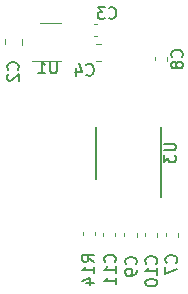
<source format=gbo>
G04 #@! TF.GenerationSoftware,KiCad,Pcbnew,(5.1.2)-1*
G04 #@! TF.CreationDate,2024-07-03T21:07:46+09:00*
G04 #@! TF.ProjectId,IR,49522e6b-6963-4616-945f-706362585858,v1.3*
G04 #@! TF.SameCoordinates,Original*
G04 #@! TF.FileFunction,Legend,Bot*
G04 #@! TF.FilePolarity,Positive*
%FSLAX46Y46*%
G04 Gerber Fmt 4.6, Leading zero omitted, Abs format (unit mm)*
G04 Created by KiCad (PCBNEW (5.1.2)-1) date 2024-07-03 21:07:46*
%MOMM*%
%LPD*%
G04 APERTURE LIST*
%ADD10C,0.120000*%
%ADD11C,0.150000*%
%ADD12C,1.400000*%
%ADD13C,0.050000*%
%ADD14C,1.275000*%
%ADD15C,3.600000*%
%ADD16O,2.200000X1.924000*%
%ADD17C,1.375000*%
%ADD18R,1.460000X1.050000*%
%ADD19R,0.850000X1.900000*%
%ADD20R,2.000000X2.000000*%
%ADD21C,2.000000*%
%ADD22C,4.400000*%
G04 APERTURE END LIST*
D10*
X188600000Y-118102779D02*
X188600000Y-117777221D01*
X189620000Y-118102779D02*
X189620000Y-117777221D01*
X181990000Y-101958578D02*
X181990000Y-101441422D01*
X183410000Y-101958578D02*
X183410000Y-101441422D01*
X189537221Y-100190000D02*
X189862779Y-100190000D01*
X189537221Y-101210000D02*
X189862779Y-101210000D01*
X189641422Y-103310000D02*
X190158578Y-103310000D01*
X189641422Y-101890000D02*
X190158578Y-101890000D01*
X184900000Y-100090000D02*
X186700000Y-100090000D01*
X186700000Y-103310000D02*
X184250000Y-103310000D01*
X195590000Y-117875221D02*
X195590000Y-118200779D01*
X196610000Y-117875221D02*
X196610000Y-118200779D01*
X195660000Y-103304779D02*
X195660000Y-102979221D01*
X194640000Y-103304779D02*
X194640000Y-102979221D01*
X193110000Y-117849221D02*
X193110000Y-118174779D01*
X192090000Y-117849221D02*
X192090000Y-118174779D01*
X194860000Y-118200779D02*
X194860000Y-117875221D01*
X193840000Y-118200779D02*
X193840000Y-117875221D01*
X190290000Y-118162779D02*
X190290000Y-117837221D01*
X191310000Y-118162779D02*
X191310000Y-117837221D01*
D11*
X189695000Y-113270000D02*
X189695000Y-108870000D01*
X195220000Y-114845000D02*
X195220000Y-108870000D01*
X189512380Y-120327142D02*
X189036190Y-119993809D01*
X189512380Y-119755714D02*
X188512380Y-119755714D01*
X188512380Y-120136666D01*
X188560000Y-120231904D01*
X188607619Y-120279523D01*
X188702857Y-120327142D01*
X188845714Y-120327142D01*
X188940952Y-120279523D01*
X188988571Y-120231904D01*
X189036190Y-120136666D01*
X189036190Y-119755714D01*
X189512380Y-121279523D02*
X189512380Y-120708095D01*
X189512380Y-120993809D02*
X188512380Y-120993809D01*
X188655238Y-120898571D01*
X188750476Y-120803333D01*
X188798095Y-120708095D01*
X188845714Y-122136666D02*
X189512380Y-122136666D01*
X188464761Y-121898571D02*
X189179047Y-121660476D01*
X189179047Y-122279523D01*
X183057142Y-104033333D02*
X183104761Y-103985714D01*
X183152380Y-103842857D01*
X183152380Y-103747619D01*
X183104761Y-103604761D01*
X183009523Y-103509523D01*
X182914285Y-103461904D01*
X182723809Y-103414285D01*
X182580952Y-103414285D01*
X182390476Y-103461904D01*
X182295238Y-103509523D01*
X182200000Y-103604761D01*
X182152380Y-103747619D01*
X182152380Y-103842857D01*
X182200000Y-103985714D01*
X182247619Y-104033333D01*
X182247619Y-104414285D02*
X182200000Y-104461904D01*
X182152380Y-104557142D01*
X182152380Y-104795238D01*
X182200000Y-104890476D01*
X182247619Y-104938095D01*
X182342857Y-104985714D01*
X182438095Y-104985714D01*
X182580952Y-104938095D01*
X183152380Y-104366666D01*
X183152380Y-104985714D01*
X190766666Y-99657142D02*
X190814285Y-99704761D01*
X190957142Y-99752380D01*
X191052380Y-99752380D01*
X191195238Y-99704761D01*
X191290476Y-99609523D01*
X191338095Y-99514285D01*
X191385714Y-99323809D01*
X191385714Y-99180952D01*
X191338095Y-98990476D01*
X191290476Y-98895238D01*
X191195238Y-98800000D01*
X191052380Y-98752380D01*
X190957142Y-98752380D01*
X190814285Y-98800000D01*
X190766666Y-98847619D01*
X190433333Y-98752380D02*
X189814285Y-98752380D01*
X190147619Y-99133333D01*
X190004761Y-99133333D01*
X189909523Y-99180952D01*
X189861904Y-99228571D01*
X189814285Y-99323809D01*
X189814285Y-99561904D01*
X189861904Y-99657142D01*
X189909523Y-99704761D01*
X190004761Y-99752380D01*
X190290476Y-99752380D01*
X190385714Y-99704761D01*
X190433333Y-99657142D01*
X188866666Y-104457142D02*
X188914285Y-104504761D01*
X189057142Y-104552380D01*
X189152380Y-104552380D01*
X189295238Y-104504761D01*
X189390476Y-104409523D01*
X189438095Y-104314285D01*
X189485714Y-104123809D01*
X189485714Y-103980952D01*
X189438095Y-103790476D01*
X189390476Y-103695238D01*
X189295238Y-103600000D01*
X189152380Y-103552380D01*
X189057142Y-103552380D01*
X188914285Y-103600000D01*
X188866666Y-103647619D01*
X188009523Y-103885714D02*
X188009523Y-104552380D01*
X188247619Y-103504761D02*
X188485714Y-104219047D01*
X187866666Y-104219047D01*
X186361904Y-103352380D02*
X186361904Y-104161904D01*
X186314285Y-104257142D01*
X186266666Y-104304761D01*
X186171428Y-104352380D01*
X185980952Y-104352380D01*
X185885714Y-104304761D01*
X185838095Y-104257142D01*
X185790476Y-104161904D01*
X185790476Y-103352380D01*
X184790476Y-104352380D02*
X185361904Y-104352380D01*
X185076190Y-104352380D02*
X185076190Y-103352380D01*
X185171428Y-103495238D01*
X185266666Y-103590476D01*
X185361904Y-103638095D01*
X196457142Y-120371333D02*
X196504761Y-120323714D01*
X196552380Y-120180857D01*
X196552380Y-120085619D01*
X196504761Y-119942761D01*
X196409523Y-119847523D01*
X196314285Y-119799904D01*
X196123809Y-119752285D01*
X195980952Y-119752285D01*
X195790476Y-119799904D01*
X195695238Y-119847523D01*
X195600000Y-119942761D01*
X195552380Y-120085619D01*
X195552380Y-120180857D01*
X195600000Y-120323714D01*
X195647619Y-120371333D01*
X195552380Y-120704666D02*
X195552380Y-121371333D01*
X196552380Y-120942761D01*
X196937142Y-102975333D02*
X196984761Y-102927714D01*
X197032380Y-102784857D01*
X197032380Y-102689619D01*
X196984761Y-102546761D01*
X196889523Y-102451523D01*
X196794285Y-102403904D01*
X196603809Y-102356285D01*
X196460952Y-102356285D01*
X196270476Y-102403904D01*
X196175238Y-102451523D01*
X196080000Y-102546761D01*
X196032380Y-102689619D01*
X196032380Y-102784857D01*
X196080000Y-102927714D01*
X196127619Y-102975333D01*
X196460952Y-103546761D02*
X196413333Y-103451523D01*
X196365714Y-103403904D01*
X196270476Y-103356285D01*
X196222857Y-103356285D01*
X196127619Y-103403904D01*
X196080000Y-103451523D01*
X196032380Y-103546761D01*
X196032380Y-103737238D01*
X196080000Y-103832476D01*
X196127619Y-103880095D01*
X196222857Y-103927714D01*
X196270476Y-103927714D01*
X196365714Y-103880095D01*
X196413333Y-103832476D01*
X196460952Y-103737238D01*
X196460952Y-103546761D01*
X196508571Y-103451523D01*
X196556190Y-103403904D01*
X196651428Y-103356285D01*
X196841904Y-103356285D01*
X196937142Y-103403904D01*
X196984761Y-103451523D01*
X197032380Y-103546761D01*
X197032380Y-103737238D01*
X196984761Y-103832476D01*
X196937142Y-103880095D01*
X196841904Y-103927714D01*
X196651428Y-103927714D01*
X196556190Y-103880095D01*
X196508571Y-103832476D01*
X196460952Y-103737238D01*
X193047142Y-120515333D02*
X193094761Y-120467714D01*
X193142380Y-120324857D01*
X193142380Y-120229619D01*
X193094761Y-120086761D01*
X192999523Y-119991523D01*
X192904285Y-119943904D01*
X192713809Y-119896285D01*
X192570952Y-119896285D01*
X192380476Y-119943904D01*
X192285238Y-119991523D01*
X192190000Y-120086761D01*
X192142380Y-120229619D01*
X192142380Y-120324857D01*
X192190000Y-120467714D01*
X192237619Y-120515333D01*
X193142380Y-120991523D02*
X193142380Y-121182000D01*
X193094761Y-121277238D01*
X193047142Y-121324857D01*
X192904285Y-121420095D01*
X192713809Y-121467714D01*
X192332857Y-121467714D01*
X192237619Y-121420095D01*
X192190000Y-121372476D01*
X192142380Y-121277238D01*
X192142380Y-121086761D01*
X192190000Y-120991523D01*
X192237619Y-120943904D01*
X192332857Y-120896285D01*
X192570952Y-120896285D01*
X192666190Y-120943904D01*
X192713809Y-120991523D01*
X192761428Y-121086761D01*
X192761428Y-121277238D01*
X192713809Y-121372476D01*
X192666190Y-121420095D01*
X192570952Y-121467714D01*
X194757142Y-120457642D02*
X194804761Y-120410023D01*
X194852380Y-120267166D01*
X194852380Y-120171928D01*
X194804761Y-120029071D01*
X194709523Y-119933833D01*
X194614285Y-119886214D01*
X194423809Y-119838595D01*
X194280952Y-119838595D01*
X194090476Y-119886214D01*
X193995238Y-119933833D01*
X193900000Y-120029071D01*
X193852380Y-120171928D01*
X193852380Y-120267166D01*
X193900000Y-120410023D01*
X193947619Y-120457642D01*
X194852380Y-121410023D02*
X194852380Y-120838595D01*
X194852380Y-121124309D02*
X193852380Y-121124309D01*
X193995238Y-121029071D01*
X194090476Y-120933833D01*
X194138095Y-120838595D01*
X193852380Y-122029071D02*
X193852380Y-122124309D01*
X193900000Y-122219547D01*
X193947619Y-122267166D01*
X194042857Y-122314785D01*
X194233333Y-122362404D01*
X194471428Y-122362404D01*
X194661904Y-122314785D01*
X194757142Y-122267166D01*
X194804761Y-122219547D01*
X194852380Y-122124309D01*
X194852380Y-122029071D01*
X194804761Y-121933833D01*
X194757142Y-121886214D01*
X194661904Y-121838595D01*
X194471428Y-121790976D01*
X194233333Y-121790976D01*
X194042857Y-121838595D01*
X193947619Y-121886214D01*
X193900000Y-121933833D01*
X193852380Y-122029071D01*
X191257142Y-120307142D02*
X191304761Y-120259523D01*
X191352380Y-120116666D01*
X191352380Y-120021428D01*
X191304761Y-119878571D01*
X191209523Y-119783333D01*
X191114285Y-119735714D01*
X190923809Y-119688095D01*
X190780952Y-119688095D01*
X190590476Y-119735714D01*
X190495238Y-119783333D01*
X190400000Y-119878571D01*
X190352380Y-120021428D01*
X190352380Y-120116666D01*
X190400000Y-120259523D01*
X190447619Y-120307142D01*
X191352380Y-121259523D02*
X191352380Y-120688095D01*
X191352380Y-120973809D02*
X190352380Y-120973809D01*
X190495238Y-120878571D01*
X190590476Y-120783333D01*
X190638095Y-120688095D01*
X191352380Y-122211904D02*
X191352380Y-121640476D01*
X191352380Y-121926190D02*
X190352380Y-121926190D01*
X190495238Y-121830952D01*
X190590476Y-121735714D01*
X190638095Y-121640476D01*
X195422380Y-110308095D02*
X196231904Y-110308095D01*
X196327142Y-110355714D01*
X196374761Y-110403333D01*
X196422380Y-110498571D01*
X196422380Y-110689047D01*
X196374761Y-110784285D01*
X196327142Y-110831904D01*
X196231904Y-110879523D01*
X195422380Y-110879523D01*
X195422380Y-111260476D02*
X195422380Y-111879523D01*
X195803333Y-111546190D01*
X195803333Y-111689047D01*
X195850952Y-111784285D01*
X195898571Y-111831904D01*
X195993809Y-111879523D01*
X196231904Y-111879523D01*
X196327142Y-111831904D01*
X196374761Y-111784285D01*
X196422380Y-111689047D01*
X196422380Y-111403333D01*
X196374761Y-111308095D01*
X196327142Y-111260476D01*
%LPC*%
D12*
X196770000Y-125640000D03*
D13*
G36*
X189497493Y-116516535D02*
G01*
X189528435Y-116521125D01*
X189558778Y-116528725D01*
X189588230Y-116539263D01*
X189616508Y-116552638D01*
X189643338Y-116568719D01*
X189668463Y-116587353D01*
X189691640Y-116608360D01*
X189712647Y-116631537D01*
X189731281Y-116656662D01*
X189747362Y-116683492D01*
X189760737Y-116711770D01*
X189771275Y-116741222D01*
X189778875Y-116771565D01*
X189783465Y-116802507D01*
X189785000Y-116833750D01*
X189785000Y-117471250D01*
X189783465Y-117502493D01*
X189778875Y-117533435D01*
X189771275Y-117563778D01*
X189760737Y-117593230D01*
X189747362Y-117621508D01*
X189731281Y-117648338D01*
X189712647Y-117673463D01*
X189691640Y-117696640D01*
X189668463Y-117717647D01*
X189643338Y-117736281D01*
X189616508Y-117752362D01*
X189588230Y-117765737D01*
X189558778Y-117776275D01*
X189528435Y-117783875D01*
X189497493Y-117788465D01*
X189466250Y-117790000D01*
X188753750Y-117790000D01*
X188722507Y-117788465D01*
X188691565Y-117783875D01*
X188661222Y-117776275D01*
X188631770Y-117765737D01*
X188603492Y-117752362D01*
X188576662Y-117736281D01*
X188551537Y-117717647D01*
X188528360Y-117696640D01*
X188507353Y-117673463D01*
X188488719Y-117648338D01*
X188472638Y-117621508D01*
X188459263Y-117593230D01*
X188448725Y-117563778D01*
X188441125Y-117533435D01*
X188436535Y-117502493D01*
X188435000Y-117471250D01*
X188435000Y-116833750D01*
X188436535Y-116802507D01*
X188441125Y-116771565D01*
X188448725Y-116741222D01*
X188459263Y-116711770D01*
X188472638Y-116683492D01*
X188488719Y-116656662D01*
X188507353Y-116631537D01*
X188528360Y-116608360D01*
X188551537Y-116587353D01*
X188576662Y-116568719D01*
X188603492Y-116552638D01*
X188631770Y-116539263D01*
X188661222Y-116528725D01*
X188691565Y-116521125D01*
X188722507Y-116516535D01*
X188753750Y-116515000D01*
X189466250Y-116515000D01*
X189497493Y-116516535D01*
X189497493Y-116516535D01*
G37*
D14*
X189110000Y-117152500D03*
D13*
G36*
X189497493Y-118091535D02*
G01*
X189528435Y-118096125D01*
X189558778Y-118103725D01*
X189588230Y-118114263D01*
X189616508Y-118127638D01*
X189643338Y-118143719D01*
X189668463Y-118162353D01*
X189691640Y-118183360D01*
X189712647Y-118206537D01*
X189731281Y-118231662D01*
X189747362Y-118258492D01*
X189760737Y-118286770D01*
X189771275Y-118316222D01*
X189778875Y-118346565D01*
X189783465Y-118377507D01*
X189785000Y-118408750D01*
X189785000Y-119046250D01*
X189783465Y-119077493D01*
X189778875Y-119108435D01*
X189771275Y-119138778D01*
X189760737Y-119168230D01*
X189747362Y-119196508D01*
X189731281Y-119223338D01*
X189712647Y-119248463D01*
X189691640Y-119271640D01*
X189668463Y-119292647D01*
X189643338Y-119311281D01*
X189616508Y-119327362D01*
X189588230Y-119340737D01*
X189558778Y-119351275D01*
X189528435Y-119358875D01*
X189497493Y-119363465D01*
X189466250Y-119365000D01*
X188753750Y-119365000D01*
X188722507Y-119363465D01*
X188691565Y-119358875D01*
X188661222Y-119351275D01*
X188631770Y-119340737D01*
X188603492Y-119327362D01*
X188576662Y-119311281D01*
X188551537Y-119292647D01*
X188528360Y-119271640D01*
X188507353Y-119248463D01*
X188488719Y-119223338D01*
X188472638Y-119196508D01*
X188459263Y-119168230D01*
X188448725Y-119138778D01*
X188441125Y-119108435D01*
X188436535Y-119077493D01*
X188435000Y-119046250D01*
X188435000Y-118408750D01*
X188436535Y-118377507D01*
X188441125Y-118346565D01*
X188448725Y-118316222D01*
X188459263Y-118286770D01*
X188472638Y-118258492D01*
X188488719Y-118231662D01*
X188507353Y-118206537D01*
X188528360Y-118183360D01*
X188551537Y-118162353D01*
X188576662Y-118143719D01*
X188603492Y-118127638D01*
X188631770Y-118114263D01*
X188661222Y-118103725D01*
X188691565Y-118096125D01*
X188722507Y-118091535D01*
X188753750Y-118090000D01*
X189466250Y-118090000D01*
X189497493Y-118091535D01*
X189497493Y-118091535D01*
G37*
D14*
X189110000Y-118727500D03*
D15*
X179900000Y-124000000D03*
X179900000Y-96700000D03*
D16*
X185200000Y-114000000D03*
X185200000Y-112000000D03*
X185200000Y-110000000D03*
X185200000Y-108000000D03*
D13*
G36*
X183289943Y-100076655D02*
G01*
X183323312Y-100081605D01*
X183356035Y-100089802D01*
X183387797Y-100101166D01*
X183418293Y-100115590D01*
X183447227Y-100132932D01*
X183474323Y-100153028D01*
X183499318Y-100175682D01*
X183521972Y-100200677D01*
X183542068Y-100227773D01*
X183559410Y-100256707D01*
X183573834Y-100287203D01*
X183585198Y-100318965D01*
X183593395Y-100351688D01*
X183598345Y-100385057D01*
X183600000Y-100418750D01*
X183600000Y-101106250D01*
X183598345Y-101139943D01*
X183593395Y-101173312D01*
X183585198Y-101206035D01*
X183573834Y-101237797D01*
X183559410Y-101268293D01*
X183542068Y-101297227D01*
X183521972Y-101324323D01*
X183499318Y-101349318D01*
X183474323Y-101371972D01*
X183447227Y-101392068D01*
X183418293Y-101409410D01*
X183387797Y-101423834D01*
X183356035Y-101435198D01*
X183323312Y-101443395D01*
X183289943Y-101448345D01*
X183256250Y-101450000D01*
X182143750Y-101450000D01*
X182110057Y-101448345D01*
X182076688Y-101443395D01*
X182043965Y-101435198D01*
X182012203Y-101423834D01*
X181981707Y-101409410D01*
X181952773Y-101392068D01*
X181925677Y-101371972D01*
X181900682Y-101349318D01*
X181878028Y-101324323D01*
X181857932Y-101297227D01*
X181840590Y-101268293D01*
X181826166Y-101237797D01*
X181814802Y-101206035D01*
X181806605Y-101173312D01*
X181801655Y-101139943D01*
X181800000Y-101106250D01*
X181800000Y-100418750D01*
X181801655Y-100385057D01*
X181806605Y-100351688D01*
X181814802Y-100318965D01*
X181826166Y-100287203D01*
X181840590Y-100256707D01*
X181857932Y-100227773D01*
X181878028Y-100200677D01*
X181900682Y-100175682D01*
X181925677Y-100153028D01*
X181952773Y-100132932D01*
X181981707Y-100115590D01*
X182012203Y-100101166D01*
X182043965Y-100089802D01*
X182076688Y-100081605D01*
X182110057Y-100076655D01*
X182143750Y-100075000D01*
X183256250Y-100075000D01*
X183289943Y-100076655D01*
X183289943Y-100076655D01*
G37*
D17*
X182700000Y-100762500D03*
D13*
G36*
X183289943Y-101951655D02*
G01*
X183323312Y-101956605D01*
X183356035Y-101964802D01*
X183387797Y-101976166D01*
X183418293Y-101990590D01*
X183447227Y-102007932D01*
X183474323Y-102028028D01*
X183499318Y-102050682D01*
X183521972Y-102075677D01*
X183542068Y-102102773D01*
X183559410Y-102131707D01*
X183573834Y-102162203D01*
X183585198Y-102193965D01*
X183593395Y-102226688D01*
X183598345Y-102260057D01*
X183600000Y-102293750D01*
X183600000Y-102981250D01*
X183598345Y-103014943D01*
X183593395Y-103048312D01*
X183585198Y-103081035D01*
X183573834Y-103112797D01*
X183559410Y-103143293D01*
X183542068Y-103172227D01*
X183521972Y-103199323D01*
X183499318Y-103224318D01*
X183474323Y-103246972D01*
X183447227Y-103267068D01*
X183418293Y-103284410D01*
X183387797Y-103298834D01*
X183356035Y-103310198D01*
X183323312Y-103318395D01*
X183289943Y-103323345D01*
X183256250Y-103325000D01*
X182143750Y-103325000D01*
X182110057Y-103323345D01*
X182076688Y-103318395D01*
X182043965Y-103310198D01*
X182012203Y-103298834D01*
X181981707Y-103284410D01*
X181952773Y-103267068D01*
X181925677Y-103246972D01*
X181900682Y-103224318D01*
X181878028Y-103199323D01*
X181857932Y-103172227D01*
X181840590Y-103143293D01*
X181826166Y-103112797D01*
X181814802Y-103081035D01*
X181806605Y-103048312D01*
X181801655Y-103014943D01*
X181800000Y-102981250D01*
X181800000Y-102293750D01*
X181801655Y-102260057D01*
X181806605Y-102226688D01*
X181814802Y-102193965D01*
X181826166Y-102162203D01*
X181840590Y-102131707D01*
X181857932Y-102102773D01*
X181878028Y-102075677D01*
X181900682Y-102050682D01*
X181925677Y-102028028D01*
X181952773Y-102007932D01*
X181981707Y-101990590D01*
X182012203Y-101976166D01*
X182043965Y-101964802D01*
X182076688Y-101956605D01*
X182110057Y-101951655D01*
X182143750Y-101950000D01*
X183256250Y-101950000D01*
X183289943Y-101951655D01*
X183289943Y-101951655D01*
G37*
D17*
X182700000Y-102637500D03*
D13*
G36*
X190837493Y-100026535D02*
G01*
X190868435Y-100031125D01*
X190898778Y-100038725D01*
X190928230Y-100049263D01*
X190956508Y-100062638D01*
X190983338Y-100078719D01*
X191008463Y-100097353D01*
X191031640Y-100118360D01*
X191052647Y-100141537D01*
X191071281Y-100166662D01*
X191087362Y-100193492D01*
X191100737Y-100221770D01*
X191111275Y-100251222D01*
X191118875Y-100281565D01*
X191123465Y-100312507D01*
X191125000Y-100343750D01*
X191125000Y-101056250D01*
X191123465Y-101087493D01*
X191118875Y-101118435D01*
X191111275Y-101148778D01*
X191100737Y-101178230D01*
X191087362Y-101206508D01*
X191071281Y-101233338D01*
X191052647Y-101258463D01*
X191031640Y-101281640D01*
X191008463Y-101302647D01*
X190983338Y-101321281D01*
X190956508Y-101337362D01*
X190928230Y-101350737D01*
X190898778Y-101361275D01*
X190868435Y-101368875D01*
X190837493Y-101373465D01*
X190806250Y-101375000D01*
X190168750Y-101375000D01*
X190137507Y-101373465D01*
X190106565Y-101368875D01*
X190076222Y-101361275D01*
X190046770Y-101350737D01*
X190018492Y-101337362D01*
X189991662Y-101321281D01*
X189966537Y-101302647D01*
X189943360Y-101281640D01*
X189922353Y-101258463D01*
X189903719Y-101233338D01*
X189887638Y-101206508D01*
X189874263Y-101178230D01*
X189863725Y-101148778D01*
X189856125Y-101118435D01*
X189851535Y-101087493D01*
X189850000Y-101056250D01*
X189850000Y-100343750D01*
X189851535Y-100312507D01*
X189856125Y-100281565D01*
X189863725Y-100251222D01*
X189874263Y-100221770D01*
X189887638Y-100193492D01*
X189903719Y-100166662D01*
X189922353Y-100141537D01*
X189943360Y-100118360D01*
X189966537Y-100097353D01*
X189991662Y-100078719D01*
X190018492Y-100062638D01*
X190046770Y-100049263D01*
X190076222Y-100038725D01*
X190106565Y-100031125D01*
X190137507Y-100026535D01*
X190168750Y-100025000D01*
X190806250Y-100025000D01*
X190837493Y-100026535D01*
X190837493Y-100026535D01*
G37*
D14*
X190487500Y-100700000D03*
D13*
G36*
X189262493Y-100026535D02*
G01*
X189293435Y-100031125D01*
X189323778Y-100038725D01*
X189353230Y-100049263D01*
X189381508Y-100062638D01*
X189408338Y-100078719D01*
X189433463Y-100097353D01*
X189456640Y-100118360D01*
X189477647Y-100141537D01*
X189496281Y-100166662D01*
X189512362Y-100193492D01*
X189525737Y-100221770D01*
X189536275Y-100251222D01*
X189543875Y-100281565D01*
X189548465Y-100312507D01*
X189550000Y-100343750D01*
X189550000Y-101056250D01*
X189548465Y-101087493D01*
X189543875Y-101118435D01*
X189536275Y-101148778D01*
X189525737Y-101178230D01*
X189512362Y-101206508D01*
X189496281Y-101233338D01*
X189477647Y-101258463D01*
X189456640Y-101281640D01*
X189433463Y-101302647D01*
X189408338Y-101321281D01*
X189381508Y-101337362D01*
X189353230Y-101350737D01*
X189323778Y-101361275D01*
X189293435Y-101368875D01*
X189262493Y-101373465D01*
X189231250Y-101375000D01*
X188593750Y-101375000D01*
X188562507Y-101373465D01*
X188531565Y-101368875D01*
X188501222Y-101361275D01*
X188471770Y-101350737D01*
X188443492Y-101337362D01*
X188416662Y-101321281D01*
X188391537Y-101302647D01*
X188368360Y-101281640D01*
X188347353Y-101258463D01*
X188328719Y-101233338D01*
X188312638Y-101206508D01*
X188299263Y-101178230D01*
X188288725Y-101148778D01*
X188281125Y-101118435D01*
X188276535Y-101087493D01*
X188275000Y-101056250D01*
X188275000Y-100343750D01*
X188276535Y-100312507D01*
X188281125Y-100281565D01*
X188288725Y-100251222D01*
X188299263Y-100221770D01*
X188312638Y-100193492D01*
X188328719Y-100166662D01*
X188347353Y-100141537D01*
X188368360Y-100118360D01*
X188391537Y-100097353D01*
X188416662Y-100078719D01*
X188443492Y-100062638D01*
X188471770Y-100049263D01*
X188501222Y-100038725D01*
X188531565Y-100031125D01*
X188562507Y-100026535D01*
X188593750Y-100025000D01*
X189231250Y-100025000D01*
X189262493Y-100026535D01*
X189262493Y-100026535D01*
G37*
D14*
X188912500Y-100700000D03*
D13*
G36*
X189339943Y-101701655D02*
G01*
X189373312Y-101706605D01*
X189406035Y-101714802D01*
X189437797Y-101726166D01*
X189468293Y-101740590D01*
X189497227Y-101757932D01*
X189524323Y-101778028D01*
X189549318Y-101800682D01*
X189571972Y-101825677D01*
X189592068Y-101852773D01*
X189609410Y-101881707D01*
X189623834Y-101912203D01*
X189635198Y-101943965D01*
X189643395Y-101976688D01*
X189648345Y-102010057D01*
X189650000Y-102043750D01*
X189650000Y-103156250D01*
X189648345Y-103189943D01*
X189643395Y-103223312D01*
X189635198Y-103256035D01*
X189623834Y-103287797D01*
X189609410Y-103318293D01*
X189592068Y-103347227D01*
X189571972Y-103374323D01*
X189549318Y-103399318D01*
X189524323Y-103421972D01*
X189497227Y-103442068D01*
X189468293Y-103459410D01*
X189437797Y-103473834D01*
X189406035Y-103485198D01*
X189373312Y-103493395D01*
X189339943Y-103498345D01*
X189306250Y-103500000D01*
X188618750Y-103500000D01*
X188585057Y-103498345D01*
X188551688Y-103493395D01*
X188518965Y-103485198D01*
X188487203Y-103473834D01*
X188456707Y-103459410D01*
X188427773Y-103442068D01*
X188400677Y-103421972D01*
X188375682Y-103399318D01*
X188353028Y-103374323D01*
X188332932Y-103347227D01*
X188315590Y-103318293D01*
X188301166Y-103287797D01*
X188289802Y-103256035D01*
X188281605Y-103223312D01*
X188276655Y-103189943D01*
X188275000Y-103156250D01*
X188275000Y-102043750D01*
X188276655Y-102010057D01*
X188281605Y-101976688D01*
X188289802Y-101943965D01*
X188301166Y-101912203D01*
X188315590Y-101881707D01*
X188332932Y-101852773D01*
X188353028Y-101825677D01*
X188375682Y-101800682D01*
X188400677Y-101778028D01*
X188427773Y-101757932D01*
X188456707Y-101740590D01*
X188487203Y-101726166D01*
X188518965Y-101714802D01*
X188551688Y-101706605D01*
X188585057Y-101701655D01*
X188618750Y-101700000D01*
X189306250Y-101700000D01*
X189339943Y-101701655D01*
X189339943Y-101701655D01*
G37*
D17*
X188962500Y-102600000D03*
D13*
G36*
X191214943Y-101701655D02*
G01*
X191248312Y-101706605D01*
X191281035Y-101714802D01*
X191312797Y-101726166D01*
X191343293Y-101740590D01*
X191372227Y-101757932D01*
X191399323Y-101778028D01*
X191424318Y-101800682D01*
X191446972Y-101825677D01*
X191467068Y-101852773D01*
X191484410Y-101881707D01*
X191498834Y-101912203D01*
X191510198Y-101943965D01*
X191518395Y-101976688D01*
X191523345Y-102010057D01*
X191525000Y-102043750D01*
X191525000Y-103156250D01*
X191523345Y-103189943D01*
X191518395Y-103223312D01*
X191510198Y-103256035D01*
X191498834Y-103287797D01*
X191484410Y-103318293D01*
X191467068Y-103347227D01*
X191446972Y-103374323D01*
X191424318Y-103399318D01*
X191399323Y-103421972D01*
X191372227Y-103442068D01*
X191343293Y-103459410D01*
X191312797Y-103473834D01*
X191281035Y-103485198D01*
X191248312Y-103493395D01*
X191214943Y-103498345D01*
X191181250Y-103500000D01*
X190493750Y-103500000D01*
X190460057Y-103498345D01*
X190426688Y-103493395D01*
X190393965Y-103485198D01*
X190362203Y-103473834D01*
X190331707Y-103459410D01*
X190302773Y-103442068D01*
X190275677Y-103421972D01*
X190250682Y-103399318D01*
X190228028Y-103374323D01*
X190207932Y-103347227D01*
X190190590Y-103318293D01*
X190176166Y-103287797D01*
X190164802Y-103256035D01*
X190156605Y-103223312D01*
X190151655Y-103189943D01*
X190150000Y-103156250D01*
X190150000Y-102043750D01*
X190151655Y-102010057D01*
X190156605Y-101976688D01*
X190164802Y-101943965D01*
X190176166Y-101912203D01*
X190190590Y-101881707D01*
X190207932Y-101852773D01*
X190228028Y-101825677D01*
X190250682Y-101800682D01*
X190275677Y-101778028D01*
X190302773Y-101757932D01*
X190331707Y-101740590D01*
X190362203Y-101726166D01*
X190393965Y-101714802D01*
X190426688Y-101706605D01*
X190460057Y-101701655D01*
X190493750Y-101700000D01*
X191181250Y-101700000D01*
X191214943Y-101701655D01*
X191214943Y-101701655D01*
G37*
D17*
X190837500Y-102600000D03*
D18*
X184700000Y-102650000D03*
X184700000Y-101700000D03*
X184700000Y-100750000D03*
X186900000Y-100750000D03*
X186900000Y-102650000D03*
D13*
G36*
X196487493Y-116614535D02*
G01*
X196518435Y-116619125D01*
X196548778Y-116626725D01*
X196578230Y-116637263D01*
X196606508Y-116650638D01*
X196633338Y-116666719D01*
X196658463Y-116685353D01*
X196681640Y-116706360D01*
X196702647Y-116729537D01*
X196721281Y-116754662D01*
X196737362Y-116781492D01*
X196750737Y-116809770D01*
X196761275Y-116839222D01*
X196768875Y-116869565D01*
X196773465Y-116900507D01*
X196775000Y-116931750D01*
X196775000Y-117569250D01*
X196773465Y-117600493D01*
X196768875Y-117631435D01*
X196761275Y-117661778D01*
X196750737Y-117691230D01*
X196737362Y-117719508D01*
X196721281Y-117746338D01*
X196702647Y-117771463D01*
X196681640Y-117794640D01*
X196658463Y-117815647D01*
X196633338Y-117834281D01*
X196606508Y-117850362D01*
X196578230Y-117863737D01*
X196548778Y-117874275D01*
X196518435Y-117881875D01*
X196487493Y-117886465D01*
X196456250Y-117888000D01*
X195743750Y-117888000D01*
X195712507Y-117886465D01*
X195681565Y-117881875D01*
X195651222Y-117874275D01*
X195621770Y-117863737D01*
X195593492Y-117850362D01*
X195566662Y-117834281D01*
X195541537Y-117815647D01*
X195518360Y-117794640D01*
X195497353Y-117771463D01*
X195478719Y-117746338D01*
X195462638Y-117719508D01*
X195449263Y-117691230D01*
X195438725Y-117661778D01*
X195431125Y-117631435D01*
X195426535Y-117600493D01*
X195425000Y-117569250D01*
X195425000Y-116931750D01*
X195426535Y-116900507D01*
X195431125Y-116869565D01*
X195438725Y-116839222D01*
X195449263Y-116809770D01*
X195462638Y-116781492D01*
X195478719Y-116754662D01*
X195497353Y-116729537D01*
X195518360Y-116706360D01*
X195541537Y-116685353D01*
X195566662Y-116666719D01*
X195593492Y-116650638D01*
X195621770Y-116637263D01*
X195651222Y-116626725D01*
X195681565Y-116619125D01*
X195712507Y-116614535D01*
X195743750Y-116613000D01*
X196456250Y-116613000D01*
X196487493Y-116614535D01*
X196487493Y-116614535D01*
G37*
D14*
X196100000Y-117250500D03*
D13*
G36*
X196487493Y-118189535D02*
G01*
X196518435Y-118194125D01*
X196548778Y-118201725D01*
X196578230Y-118212263D01*
X196606508Y-118225638D01*
X196633338Y-118241719D01*
X196658463Y-118260353D01*
X196681640Y-118281360D01*
X196702647Y-118304537D01*
X196721281Y-118329662D01*
X196737362Y-118356492D01*
X196750737Y-118384770D01*
X196761275Y-118414222D01*
X196768875Y-118444565D01*
X196773465Y-118475507D01*
X196775000Y-118506750D01*
X196775000Y-119144250D01*
X196773465Y-119175493D01*
X196768875Y-119206435D01*
X196761275Y-119236778D01*
X196750737Y-119266230D01*
X196737362Y-119294508D01*
X196721281Y-119321338D01*
X196702647Y-119346463D01*
X196681640Y-119369640D01*
X196658463Y-119390647D01*
X196633338Y-119409281D01*
X196606508Y-119425362D01*
X196578230Y-119438737D01*
X196548778Y-119449275D01*
X196518435Y-119456875D01*
X196487493Y-119461465D01*
X196456250Y-119463000D01*
X195743750Y-119463000D01*
X195712507Y-119461465D01*
X195681565Y-119456875D01*
X195651222Y-119449275D01*
X195621770Y-119438737D01*
X195593492Y-119425362D01*
X195566662Y-119409281D01*
X195541537Y-119390647D01*
X195518360Y-119369640D01*
X195497353Y-119346463D01*
X195478719Y-119321338D01*
X195462638Y-119294508D01*
X195449263Y-119266230D01*
X195438725Y-119236778D01*
X195431125Y-119206435D01*
X195426535Y-119175493D01*
X195425000Y-119144250D01*
X195425000Y-118506750D01*
X195426535Y-118475507D01*
X195431125Y-118444565D01*
X195438725Y-118414222D01*
X195449263Y-118384770D01*
X195462638Y-118356492D01*
X195478719Y-118329662D01*
X195497353Y-118304537D01*
X195518360Y-118281360D01*
X195541537Y-118260353D01*
X195566662Y-118241719D01*
X195593492Y-118225638D01*
X195621770Y-118212263D01*
X195651222Y-118201725D01*
X195681565Y-118194125D01*
X195712507Y-118189535D01*
X195743750Y-118188000D01*
X196456250Y-118188000D01*
X196487493Y-118189535D01*
X196487493Y-118189535D01*
G37*
D14*
X196100000Y-118825500D03*
D13*
G36*
X195537493Y-103293535D02*
G01*
X195568435Y-103298125D01*
X195598778Y-103305725D01*
X195628230Y-103316263D01*
X195656508Y-103329638D01*
X195683338Y-103345719D01*
X195708463Y-103364353D01*
X195731640Y-103385360D01*
X195752647Y-103408537D01*
X195771281Y-103433662D01*
X195787362Y-103460492D01*
X195800737Y-103488770D01*
X195811275Y-103518222D01*
X195818875Y-103548565D01*
X195823465Y-103579507D01*
X195825000Y-103610750D01*
X195825000Y-104248250D01*
X195823465Y-104279493D01*
X195818875Y-104310435D01*
X195811275Y-104340778D01*
X195800737Y-104370230D01*
X195787362Y-104398508D01*
X195771281Y-104425338D01*
X195752647Y-104450463D01*
X195731640Y-104473640D01*
X195708463Y-104494647D01*
X195683338Y-104513281D01*
X195656508Y-104529362D01*
X195628230Y-104542737D01*
X195598778Y-104553275D01*
X195568435Y-104560875D01*
X195537493Y-104565465D01*
X195506250Y-104567000D01*
X194793750Y-104567000D01*
X194762507Y-104565465D01*
X194731565Y-104560875D01*
X194701222Y-104553275D01*
X194671770Y-104542737D01*
X194643492Y-104529362D01*
X194616662Y-104513281D01*
X194591537Y-104494647D01*
X194568360Y-104473640D01*
X194547353Y-104450463D01*
X194528719Y-104425338D01*
X194512638Y-104398508D01*
X194499263Y-104370230D01*
X194488725Y-104340778D01*
X194481125Y-104310435D01*
X194476535Y-104279493D01*
X194475000Y-104248250D01*
X194475000Y-103610750D01*
X194476535Y-103579507D01*
X194481125Y-103548565D01*
X194488725Y-103518222D01*
X194499263Y-103488770D01*
X194512638Y-103460492D01*
X194528719Y-103433662D01*
X194547353Y-103408537D01*
X194568360Y-103385360D01*
X194591537Y-103364353D01*
X194616662Y-103345719D01*
X194643492Y-103329638D01*
X194671770Y-103316263D01*
X194701222Y-103305725D01*
X194731565Y-103298125D01*
X194762507Y-103293535D01*
X194793750Y-103292000D01*
X195506250Y-103292000D01*
X195537493Y-103293535D01*
X195537493Y-103293535D01*
G37*
D14*
X195150000Y-103929500D03*
D13*
G36*
X195537493Y-101718535D02*
G01*
X195568435Y-101723125D01*
X195598778Y-101730725D01*
X195628230Y-101741263D01*
X195656508Y-101754638D01*
X195683338Y-101770719D01*
X195708463Y-101789353D01*
X195731640Y-101810360D01*
X195752647Y-101833537D01*
X195771281Y-101858662D01*
X195787362Y-101885492D01*
X195800737Y-101913770D01*
X195811275Y-101943222D01*
X195818875Y-101973565D01*
X195823465Y-102004507D01*
X195825000Y-102035750D01*
X195825000Y-102673250D01*
X195823465Y-102704493D01*
X195818875Y-102735435D01*
X195811275Y-102765778D01*
X195800737Y-102795230D01*
X195787362Y-102823508D01*
X195771281Y-102850338D01*
X195752647Y-102875463D01*
X195731640Y-102898640D01*
X195708463Y-102919647D01*
X195683338Y-102938281D01*
X195656508Y-102954362D01*
X195628230Y-102967737D01*
X195598778Y-102978275D01*
X195568435Y-102985875D01*
X195537493Y-102990465D01*
X195506250Y-102992000D01*
X194793750Y-102992000D01*
X194762507Y-102990465D01*
X194731565Y-102985875D01*
X194701222Y-102978275D01*
X194671770Y-102967737D01*
X194643492Y-102954362D01*
X194616662Y-102938281D01*
X194591537Y-102919647D01*
X194568360Y-102898640D01*
X194547353Y-102875463D01*
X194528719Y-102850338D01*
X194512638Y-102823508D01*
X194499263Y-102795230D01*
X194488725Y-102765778D01*
X194481125Y-102735435D01*
X194476535Y-102704493D01*
X194475000Y-102673250D01*
X194475000Y-102035750D01*
X194476535Y-102004507D01*
X194481125Y-101973565D01*
X194488725Y-101943222D01*
X194499263Y-101913770D01*
X194512638Y-101885492D01*
X194528719Y-101858662D01*
X194547353Y-101833537D01*
X194568360Y-101810360D01*
X194591537Y-101789353D01*
X194616662Y-101770719D01*
X194643492Y-101754638D01*
X194671770Y-101741263D01*
X194701222Y-101730725D01*
X194731565Y-101723125D01*
X194762507Y-101718535D01*
X194793750Y-101717000D01*
X195506250Y-101717000D01*
X195537493Y-101718535D01*
X195537493Y-101718535D01*
G37*
D14*
X195150000Y-102354500D03*
D13*
G36*
X192987493Y-118163535D02*
G01*
X193018435Y-118168125D01*
X193048778Y-118175725D01*
X193078230Y-118186263D01*
X193106508Y-118199638D01*
X193133338Y-118215719D01*
X193158463Y-118234353D01*
X193181640Y-118255360D01*
X193202647Y-118278537D01*
X193221281Y-118303662D01*
X193237362Y-118330492D01*
X193250737Y-118358770D01*
X193261275Y-118388222D01*
X193268875Y-118418565D01*
X193273465Y-118449507D01*
X193275000Y-118480750D01*
X193275000Y-119118250D01*
X193273465Y-119149493D01*
X193268875Y-119180435D01*
X193261275Y-119210778D01*
X193250737Y-119240230D01*
X193237362Y-119268508D01*
X193221281Y-119295338D01*
X193202647Y-119320463D01*
X193181640Y-119343640D01*
X193158463Y-119364647D01*
X193133338Y-119383281D01*
X193106508Y-119399362D01*
X193078230Y-119412737D01*
X193048778Y-119423275D01*
X193018435Y-119430875D01*
X192987493Y-119435465D01*
X192956250Y-119437000D01*
X192243750Y-119437000D01*
X192212507Y-119435465D01*
X192181565Y-119430875D01*
X192151222Y-119423275D01*
X192121770Y-119412737D01*
X192093492Y-119399362D01*
X192066662Y-119383281D01*
X192041537Y-119364647D01*
X192018360Y-119343640D01*
X191997353Y-119320463D01*
X191978719Y-119295338D01*
X191962638Y-119268508D01*
X191949263Y-119240230D01*
X191938725Y-119210778D01*
X191931125Y-119180435D01*
X191926535Y-119149493D01*
X191925000Y-119118250D01*
X191925000Y-118480750D01*
X191926535Y-118449507D01*
X191931125Y-118418565D01*
X191938725Y-118388222D01*
X191949263Y-118358770D01*
X191962638Y-118330492D01*
X191978719Y-118303662D01*
X191997353Y-118278537D01*
X192018360Y-118255360D01*
X192041537Y-118234353D01*
X192066662Y-118215719D01*
X192093492Y-118199638D01*
X192121770Y-118186263D01*
X192151222Y-118175725D01*
X192181565Y-118168125D01*
X192212507Y-118163535D01*
X192243750Y-118162000D01*
X192956250Y-118162000D01*
X192987493Y-118163535D01*
X192987493Y-118163535D01*
G37*
D14*
X192600000Y-118799500D03*
D13*
G36*
X192987493Y-116588535D02*
G01*
X193018435Y-116593125D01*
X193048778Y-116600725D01*
X193078230Y-116611263D01*
X193106508Y-116624638D01*
X193133338Y-116640719D01*
X193158463Y-116659353D01*
X193181640Y-116680360D01*
X193202647Y-116703537D01*
X193221281Y-116728662D01*
X193237362Y-116755492D01*
X193250737Y-116783770D01*
X193261275Y-116813222D01*
X193268875Y-116843565D01*
X193273465Y-116874507D01*
X193275000Y-116905750D01*
X193275000Y-117543250D01*
X193273465Y-117574493D01*
X193268875Y-117605435D01*
X193261275Y-117635778D01*
X193250737Y-117665230D01*
X193237362Y-117693508D01*
X193221281Y-117720338D01*
X193202647Y-117745463D01*
X193181640Y-117768640D01*
X193158463Y-117789647D01*
X193133338Y-117808281D01*
X193106508Y-117824362D01*
X193078230Y-117837737D01*
X193048778Y-117848275D01*
X193018435Y-117855875D01*
X192987493Y-117860465D01*
X192956250Y-117862000D01*
X192243750Y-117862000D01*
X192212507Y-117860465D01*
X192181565Y-117855875D01*
X192151222Y-117848275D01*
X192121770Y-117837737D01*
X192093492Y-117824362D01*
X192066662Y-117808281D01*
X192041537Y-117789647D01*
X192018360Y-117768640D01*
X191997353Y-117745463D01*
X191978719Y-117720338D01*
X191962638Y-117693508D01*
X191949263Y-117665230D01*
X191938725Y-117635778D01*
X191931125Y-117605435D01*
X191926535Y-117574493D01*
X191925000Y-117543250D01*
X191925000Y-116905750D01*
X191926535Y-116874507D01*
X191931125Y-116843565D01*
X191938725Y-116813222D01*
X191949263Y-116783770D01*
X191962638Y-116755492D01*
X191978719Y-116728662D01*
X191997353Y-116703537D01*
X192018360Y-116680360D01*
X192041537Y-116659353D01*
X192066662Y-116640719D01*
X192093492Y-116624638D01*
X192121770Y-116611263D01*
X192151222Y-116600725D01*
X192181565Y-116593125D01*
X192212507Y-116588535D01*
X192243750Y-116587000D01*
X192956250Y-116587000D01*
X192987493Y-116588535D01*
X192987493Y-116588535D01*
G37*
D14*
X192600000Y-117224500D03*
D13*
G36*
X194737493Y-118189535D02*
G01*
X194768435Y-118194125D01*
X194798778Y-118201725D01*
X194828230Y-118212263D01*
X194856508Y-118225638D01*
X194883338Y-118241719D01*
X194908463Y-118260353D01*
X194931640Y-118281360D01*
X194952647Y-118304537D01*
X194971281Y-118329662D01*
X194987362Y-118356492D01*
X195000737Y-118384770D01*
X195011275Y-118414222D01*
X195018875Y-118444565D01*
X195023465Y-118475507D01*
X195025000Y-118506750D01*
X195025000Y-119144250D01*
X195023465Y-119175493D01*
X195018875Y-119206435D01*
X195011275Y-119236778D01*
X195000737Y-119266230D01*
X194987362Y-119294508D01*
X194971281Y-119321338D01*
X194952647Y-119346463D01*
X194931640Y-119369640D01*
X194908463Y-119390647D01*
X194883338Y-119409281D01*
X194856508Y-119425362D01*
X194828230Y-119438737D01*
X194798778Y-119449275D01*
X194768435Y-119456875D01*
X194737493Y-119461465D01*
X194706250Y-119463000D01*
X193993750Y-119463000D01*
X193962507Y-119461465D01*
X193931565Y-119456875D01*
X193901222Y-119449275D01*
X193871770Y-119438737D01*
X193843492Y-119425362D01*
X193816662Y-119409281D01*
X193791537Y-119390647D01*
X193768360Y-119369640D01*
X193747353Y-119346463D01*
X193728719Y-119321338D01*
X193712638Y-119294508D01*
X193699263Y-119266230D01*
X193688725Y-119236778D01*
X193681125Y-119206435D01*
X193676535Y-119175493D01*
X193675000Y-119144250D01*
X193675000Y-118506750D01*
X193676535Y-118475507D01*
X193681125Y-118444565D01*
X193688725Y-118414222D01*
X193699263Y-118384770D01*
X193712638Y-118356492D01*
X193728719Y-118329662D01*
X193747353Y-118304537D01*
X193768360Y-118281360D01*
X193791537Y-118260353D01*
X193816662Y-118241719D01*
X193843492Y-118225638D01*
X193871770Y-118212263D01*
X193901222Y-118201725D01*
X193931565Y-118194125D01*
X193962507Y-118189535D01*
X193993750Y-118188000D01*
X194706250Y-118188000D01*
X194737493Y-118189535D01*
X194737493Y-118189535D01*
G37*
D14*
X194350000Y-118825500D03*
D13*
G36*
X194737493Y-116614535D02*
G01*
X194768435Y-116619125D01*
X194798778Y-116626725D01*
X194828230Y-116637263D01*
X194856508Y-116650638D01*
X194883338Y-116666719D01*
X194908463Y-116685353D01*
X194931640Y-116706360D01*
X194952647Y-116729537D01*
X194971281Y-116754662D01*
X194987362Y-116781492D01*
X195000737Y-116809770D01*
X195011275Y-116839222D01*
X195018875Y-116869565D01*
X195023465Y-116900507D01*
X195025000Y-116931750D01*
X195025000Y-117569250D01*
X195023465Y-117600493D01*
X195018875Y-117631435D01*
X195011275Y-117661778D01*
X195000737Y-117691230D01*
X194987362Y-117719508D01*
X194971281Y-117746338D01*
X194952647Y-117771463D01*
X194931640Y-117794640D01*
X194908463Y-117815647D01*
X194883338Y-117834281D01*
X194856508Y-117850362D01*
X194828230Y-117863737D01*
X194798778Y-117874275D01*
X194768435Y-117881875D01*
X194737493Y-117886465D01*
X194706250Y-117888000D01*
X193993750Y-117888000D01*
X193962507Y-117886465D01*
X193931565Y-117881875D01*
X193901222Y-117874275D01*
X193871770Y-117863737D01*
X193843492Y-117850362D01*
X193816662Y-117834281D01*
X193791537Y-117815647D01*
X193768360Y-117794640D01*
X193747353Y-117771463D01*
X193728719Y-117746338D01*
X193712638Y-117719508D01*
X193699263Y-117691230D01*
X193688725Y-117661778D01*
X193681125Y-117631435D01*
X193676535Y-117600493D01*
X193675000Y-117569250D01*
X193675000Y-116931750D01*
X193676535Y-116900507D01*
X193681125Y-116869565D01*
X193688725Y-116839222D01*
X193699263Y-116809770D01*
X193712638Y-116781492D01*
X193728719Y-116754662D01*
X193747353Y-116729537D01*
X193768360Y-116706360D01*
X193791537Y-116685353D01*
X193816662Y-116666719D01*
X193843492Y-116650638D01*
X193871770Y-116637263D01*
X193901222Y-116626725D01*
X193931565Y-116619125D01*
X193962507Y-116614535D01*
X193993750Y-116613000D01*
X194706250Y-116613000D01*
X194737493Y-116614535D01*
X194737493Y-116614535D01*
G37*
D14*
X194350000Y-117250500D03*
D13*
G36*
X191187493Y-116576535D02*
G01*
X191218435Y-116581125D01*
X191248778Y-116588725D01*
X191278230Y-116599263D01*
X191306508Y-116612638D01*
X191333338Y-116628719D01*
X191358463Y-116647353D01*
X191381640Y-116668360D01*
X191402647Y-116691537D01*
X191421281Y-116716662D01*
X191437362Y-116743492D01*
X191450737Y-116771770D01*
X191461275Y-116801222D01*
X191468875Y-116831565D01*
X191473465Y-116862507D01*
X191475000Y-116893750D01*
X191475000Y-117531250D01*
X191473465Y-117562493D01*
X191468875Y-117593435D01*
X191461275Y-117623778D01*
X191450737Y-117653230D01*
X191437362Y-117681508D01*
X191421281Y-117708338D01*
X191402647Y-117733463D01*
X191381640Y-117756640D01*
X191358463Y-117777647D01*
X191333338Y-117796281D01*
X191306508Y-117812362D01*
X191278230Y-117825737D01*
X191248778Y-117836275D01*
X191218435Y-117843875D01*
X191187493Y-117848465D01*
X191156250Y-117850000D01*
X190443750Y-117850000D01*
X190412507Y-117848465D01*
X190381565Y-117843875D01*
X190351222Y-117836275D01*
X190321770Y-117825737D01*
X190293492Y-117812362D01*
X190266662Y-117796281D01*
X190241537Y-117777647D01*
X190218360Y-117756640D01*
X190197353Y-117733463D01*
X190178719Y-117708338D01*
X190162638Y-117681508D01*
X190149263Y-117653230D01*
X190138725Y-117623778D01*
X190131125Y-117593435D01*
X190126535Y-117562493D01*
X190125000Y-117531250D01*
X190125000Y-116893750D01*
X190126535Y-116862507D01*
X190131125Y-116831565D01*
X190138725Y-116801222D01*
X190149263Y-116771770D01*
X190162638Y-116743492D01*
X190178719Y-116716662D01*
X190197353Y-116691537D01*
X190218360Y-116668360D01*
X190241537Y-116647353D01*
X190266662Y-116628719D01*
X190293492Y-116612638D01*
X190321770Y-116599263D01*
X190351222Y-116588725D01*
X190381565Y-116581125D01*
X190412507Y-116576535D01*
X190443750Y-116575000D01*
X191156250Y-116575000D01*
X191187493Y-116576535D01*
X191187493Y-116576535D01*
G37*
D14*
X190800000Y-117212500D03*
D13*
G36*
X191187493Y-118151535D02*
G01*
X191218435Y-118156125D01*
X191248778Y-118163725D01*
X191278230Y-118174263D01*
X191306508Y-118187638D01*
X191333338Y-118203719D01*
X191358463Y-118222353D01*
X191381640Y-118243360D01*
X191402647Y-118266537D01*
X191421281Y-118291662D01*
X191437362Y-118318492D01*
X191450737Y-118346770D01*
X191461275Y-118376222D01*
X191468875Y-118406565D01*
X191473465Y-118437507D01*
X191475000Y-118468750D01*
X191475000Y-119106250D01*
X191473465Y-119137493D01*
X191468875Y-119168435D01*
X191461275Y-119198778D01*
X191450737Y-119228230D01*
X191437362Y-119256508D01*
X191421281Y-119283338D01*
X191402647Y-119308463D01*
X191381640Y-119331640D01*
X191358463Y-119352647D01*
X191333338Y-119371281D01*
X191306508Y-119387362D01*
X191278230Y-119400737D01*
X191248778Y-119411275D01*
X191218435Y-119418875D01*
X191187493Y-119423465D01*
X191156250Y-119425000D01*
X190443750Y-119425000D01*
X190412507Y-119423465D01*
X190381565Y-119418875D01*
X190351222Y-119411275D01*
X190321770Y-119400737D01*
X190293492Y-119387362D01*
X190266662Y-119371281D01*
X190241537Y-119352647D01*
X190218360Y-119331640D01*
X190197353Y-119308463D01*
X190178719Y-119283338D01*
X190162638Y-119256508D01*
X190149263Y-119228230D01*
X190138725Y-119198778D01*
X190131125Y-119168435D01*
X190126535Y-119137493D01*
X190125000Y-119106250D01*
X190125000Y-118468750D01*
X190126535Y-118437507D01*
X190131125Y-118406565D01*
X190138725Y-118376222D01*
X190149263Y-118346770D01*
X190162638Y-118318492D01*
X190178719Y-118291662D01*
X190197353Y-118266537D01*
X190218360Y-118243360D01*
X190241537Y-118222353D01*
X190266662Y-118203719D01*
X190293492Y-118187638D01*
X190321770Y-118174263D01*
X190351222Y-118163725D01*
X190381565Y-118156125D01*
X190412507Y-118151535D01*
X190443750Y-118150000D01*
X191156250Y-118150000D01*
X191187493Y-118151535D01*
X191187493Y-118151535D01*
G37*
D14*
X190800000Y-118787500D03*
D19*
X194695000Y-114020000D03*
X194045000Y-114020000D03*
X193395000Y-114020000D03*
X192745000Y-114020000D03*
X192095000Y-114020000D03*
X191445000Y-114020000D03*
X190795000Y-114020000D03*
X190145000Y-114020000D03*
X190145000Y-108120000D03*
X190795000Y-108120000D03*
X191445000Y-108120000D03*
X192095000Y-108120000D03*
X192745000Y-108120000D03*
X193395000Y-108120000D03*
X194045000Y-108120000D03*
X194695000Y-108120000D03*
D20*
X201400000Y-116000000D03*
D21*
X201400000Y-113230000D03*
X201400000Y-110460000D03*
X201400000Y-107690000D03*
X201400000Y-104920000D03*
X204240000Y-114615000D03*
X204240000Y-111845000D03*
X204240000Y-109075000D03*
X204240000Y-106305000D03*
D22*
X202820000Y-122960000D03*
X202820000Y-97960000D03*
M02*

</source>
